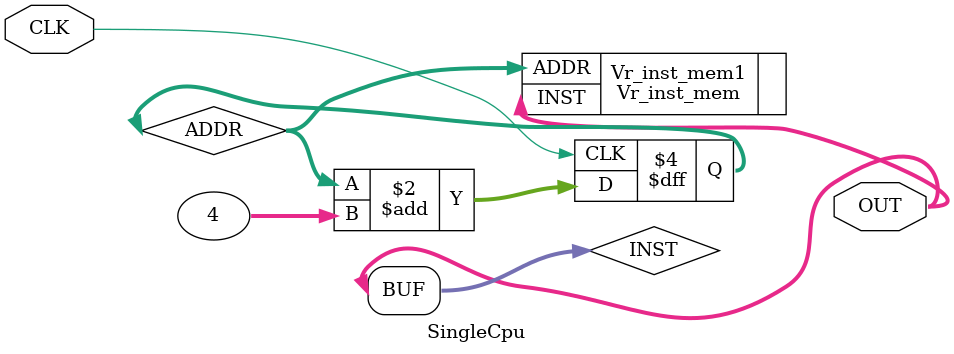
<source format=v>
module SingleCpu(CLK, OUT);
    input CLK;
    reg [31:0] ADDR;
    wire [31:0] INST;
    output reg [31:0] OUT;

    Vr_inst_mem Vr_inst_mem1(.ADDR(ADDR), .INST(OUT));


    always @(posedge CLK) begin
        ADDR <= ADDR + 4;
        $display("%b", ADDR);
    end

    always @(INST) begin 
        OUT = INST;
    end




endmodule
</source>
